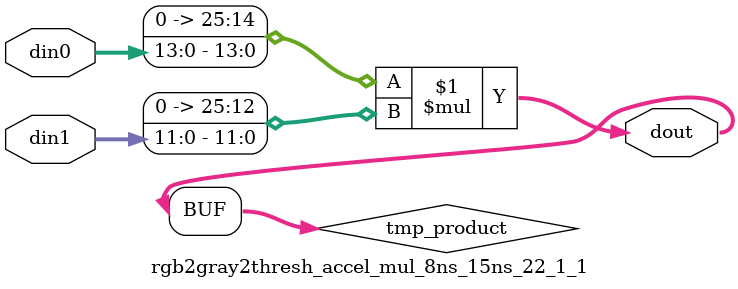
<source format=v>

`timescale 1 ns / 1 ps

  module rgb2gray2thresh_accel_mul_8ns_15ns_22_1_1(din0, din1, dout);
parameter ID = 1;
parameter NUM_STAGE = 0;
parameter din0_WIDTH = 14;
parameter din1_WIDTH = 12;
parameter dout_WIDTH = 26;

input [din0_WIDTH - 1 : 0] din0; 
input [din1_WIDTH - 1 : 0] din1; 
output [dout_WIDTH - 1 : 0] dout;

wire signed [dout_WIDTH - 1 : 0] tmp_product;










assign tmp_product = $signed({1'b0, din0}) * $signed({1'b0, din1});











assign dout = tmp_product;







endmodule

</source>
